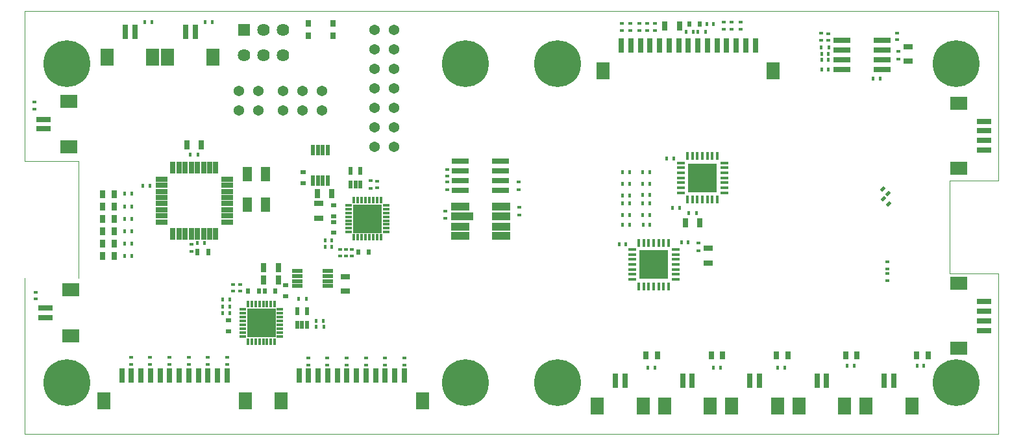
<source format=gbs>
G04*
G04 #@! TF.GenerationSoftware,Altium Limited,Altium Designer,19.1.5 (86)*
G04*
G04 Layer_Color=16711935*
%FSLAX44Y44*%
%MOMM*%
G71*
G01*
G75*
%ADD17C,0.1000*%
%ADD18R,0.4500X0.6000*%
%ADD19R,0.8000X1.3000*%
%ADD20R,0.6000X0.4000*%
%ADD21R,0.4000X0.6000*%
%ADD22R,0.6000X0.4500*%
%ADD28R,0.8000X0.6000*%
%ADD35R,0.5000X0.9000*%
%ADD36R,1.3000X0.8000*%
%ADD50R,0.8016X1.0016*%
%ADD58C,1.3716*%
%ADD59C,6.1016*%
%ADD60C,1.6256*%
%ADD61R,1.6256X1.6256*%
G04:AMPARAMS|DCode=71|XSize=0.4mm|YSize=0.6mm|CornerRadius=0mm|HoleSize=0mm|Usage=FLASHONLY|Rotation=135.000|XOffset=0mm|YOffset=0mm|HoleType=Round|Shape=Rectangle|*
%AMROTATEDRECTD71*
4,1,4,0.3536,0.0707,-0.0707,-0.3536,-0.3536,-0.0707,0.0707,0.3536,0.3536,0.0707,0.0*
%
%ADD71ROTATEDRECTD71*%

%ADD72R,0.6000X0.8000*%
%ADD93R,1.6016X0.6516*%
%ADD94R,0.6516X1.6016*%
%ADD95R,0.8016X0.8516*%
%ADD96R,3.8016X3.8016*%
%ADD97R,1.1416X0.4316*%
%ADD98R,0.4316X1.1416*%
%ADD99R,2.3016X0.7016*%
%ADD100R,2.3516X1.0016*%
%ADD101R,2.9016X1.0016*%
%ADD102R,1.7016X2.3016*%
%ADD103R,0.8016X1.9016*%
%ADD104R,3.7016X3.7016*%
%ADD105R,0.3616X0.9416*%
%ADD106R,0.9416X0.3616*%
%ADD107R,0.5716X1.1016*%
%ADD108R,0.5516X1.4516*%
%ADD109R,1.3016X1.9016*%
%ADD110R,1.4516X0.5516*%
%ADD111R,3.7016X3.7016*%
%ADD112R,3.8016X3.8016*%
%ADD113R,1.9016X0.8016*%
%ADD114R,2.3016X1.7016*%
D17*
Y355600D02*
Y551180D01*
Y0D02*
Y203200D01*
X69850D02*
Y355600D01*
X0D02*
X69850D01*
X1270000Y330200D02*
Y413385D01*
Y137795D02*
Y209550D01*
X1206500D02*
X1270000D01*
X1206500D02*
Y330200D01*
X1270000D01*
Y413385D02*
Y551180D01*
Y0D02*
Y137795D01*
X0Y0D02*
X1270000D01*
X0Y551180D02*
X1270000D01*
D18*
X887650Y524510D02*
D03*
X877650D02*
D03*
X866220Y288290D02*
D03*
X876220D02*
D03*
X379810Y139700D02*
D03*
X389810D02*
D03*
X356950Y176530D02*
D03*
X366950D02*
D03*
X1038940Y504190D02*
D03*
X1048940D02*
D03*
X224790Y248920D02*
D03*
X234790D02*
D03*
X225980Y364490D02*
D03*
X215980D02*
D03*
D19*
X861720Y275590D02*
D03*
X880720D02*
D03*
X835050Y532130D02*
D03*
X854050D02*
D03*
X400660Y313690D02*
D03*
X381660D02*
D03*
X211480Y377190D02*
D03*
X230480D02*
D03*
X311810Y200660D02*
D03*
X330810D02*
D03*
X311810Y217170D02*
D03*
X330810D02*
D03*
D20*
X1125220Y208970D02*
D03*
Y199970D02*
D03*
X264160Y90750D02*
D03*
Y99750D02*
D03*
X239014Y90750D02*
D03*
Y99750D02*
D03*
X213868Y90750D02*
D03*
Y99750D02*
D03*
X188722Y90750D02*
D03*
Y99750D02*
D03*
X163576Y90750D02*
D03*
Y99750D02*
D03*
X138430Y90750D02*
D03*
Y99750D02*
D03*
X495300Y90060D02*
D03*
Y99060D02*
D03*
X470154Y90060D02*
D03*
Y99060D02*
D03*
X445008Y90060D02*
D03*
Y99060D02*
D03*
X419862Y90060D02*
D03*
Y99060D02*
D03*
X394716Y90060D02*
D03*
Y99060D02*
D03*
X369570Y90060D02*
D03*
Y99060D02*
D03*
X551180Y335860D02*
D03*
Y344860D02*
D03*
X548640Y290250D02*
D03*
Y281250D02*
D03*
X12700Y432490D02*
D03*
Y423490D02*
D03*
X13970Y184840D02*
D03*
Y175840D02*
D03*
X1125220Y224210D02*
D03*
Y215210D02*
D03*
X426720Y231720D02*
D03*
Y240720D02*
D03*
X411480D02*
D03*
Y231720D02*
D03*
X271780Y186000D02*
D03*
Y195000D02*
D03*
X459740Y320620D02*
D03*
Y329620D02*
D03*
X280670Y186000D02*
D03*
Y195000D02*
D03*
X419100Y240720D02*
D03*
Y231720D02*
D03*
X1047750Y512970D02*
D03*
Y521970D02*
D03*
X1038860Y522080D02*
D03*
Y513080D02*
D03*
X1137920Y522660D02*
D03*
Y513660D02*
D03*
X933450Y536630D02*
D03*
Y527630D02*
D03*
X922020Y536630D02*
D03*
Y527630D02*
D03*
X911860Y536630D02*
D03*
Y527630D02*
D03*
X822246Y535066D02*
D03*
Y526066D02*
D03*
X812086Y535066D02*
D03*
Y526066D02*
D03*
X801926Y535066D02*
D03*
Y526066D02*
D03*
X789940Y534780D02*
D03*
Y525780D02*
D03*
X778510Y534780D02*
D03*
Y525780D02*
D03*
D21*
X821690Y86360D02*
D03*
X812690D02*
D03*
X907470D02*
D03*
X898470D02*
D03*
X991290D02*
D03*
X982290D02*
D03*
X1082040Y88900D02*
D03*
X1073040D02*
D03*
X1172900D02*
D03*
X1163900D02*
D03*
X889580Y534670D02*
D03*
X898580D02*
D03*
X139360Y264625D02*
D03*
X130360D02*
D03*
X139360Y248517D02*
D03*
X130360D02*
D03*
X139360Y232410D02*
D03*
X130360D02*
D03*
X139360Y280732D02*
D03*
X130360D02*
D03*
X139360Y296839D02*
D03*
X130360D02*
D03*
X139360Y312946D02*
D03*
X130360D02*
D03*
X788780Y311150D02*
D03*
X779780D02*
D03*
X788670Y300990D02*
D03*
X779670D02*
D03*
X788780Y326390D02*
D03*
X779780D02*
D03*
X788670Y285750D02*
D03*
X779670D02*
D03*
X788780Y341630D02*
D03*
X779780D02*
D03*
X788780Y273050D02*
D03*
X779780D02*
D03*
X815340Y311300D02*
D03*
X806340D02*
D03*
X815340Y300990D02*
D03*
X806340D02*
D03*
X815340Y326315D02*
D03*
X806340D02*
D03*
X815340Y285750D02*
D03*
X806340D02*
D03*
X815340Y341630D02*
D03*
X806340D02*
D03*
X815450Y273050D02*
D03*
X806450D02*
D03*
X837510Y359410D02*
D03*
X846510D02*
D03*
X775280Y247650D02*
D03*
X784280D02*
D03*
X845130Y294640D02*
D03*
X854130D02*
D03*
X865560Y250190D02*
D03*
X856560D02*
D03*
X165790Y537210D02*
D03*
X156790D02*
D03*
X244530D02*
D03*
X235530D02*
D03*
X258390Y157480D02*
D03*
X267390D02*
D03*
Y175260D02*
D03*
X258390D02*
D03*
X400740Y243840D02*
D03*
X391740D02*
D03*
X389310Y147320D02*
D03*
X380310D02*
D03*
X400740Y252730D02*
D03*
X391740D02*
D03*
X267390Y166370D02*
D03*
X258390D02*
D03*
X1048440Y495300D02*
D03*
X1039440D02*
D03*
Y474980D02*
D03*
X1048440D02*
D03*
X1106750Y463550D02*
D03*
X1115750D02*
D03*
X1048440Y487680D02*
D03*
X1039440D02*
D03*
X154250Y323850D02*
D03*
X163250D02*
D03*
X871910Y524510D02*
D03*
X862910D02*
D03*
D22*
X551180Y318850D02*
D03*
Y328850D02*
D03*
X643890D02*
D03*
Y318850D02*
D03*
X645160Y295830D02*
D03*
Y285830D02*
D03*
X878840Y248840D02*
D03*
Y238840D02*
D03*
X450850Y330120D02*
D03*
Y320120D02*
D03*
X1139190Y499030D02*
D03*
Y489030D02*
D03*
X217170Y237650D02*
D03*
Y247650D02*
D03*
D28*
X402590Y297830D02*
D03*
Y283830D02*
D03*
Y276240D02*
D03*
Y262240D02*
D03*
X363220Y327010D02*
D03*
Y341010D02*
D03*
X340360Y193690D02*
D03*
Y179690D02*
D03*
X265430Y147970D02*
D03*
Y133970D02*
D03*
D35*
X239830Y237490D02*
D03*
X224830D02*
D03*
D36*
X891540Y241910D02*
D03*
Y222910D02*
D03*
X1151890Y504800D02*
D03*
Y485800D02*
D03*
X383540Y281330D02*
D03*
Y300330D02*
D03*
X417830Y186080D02*
D03*
Y205080D02*
D03*
D50*
X101840Y264118D02*
D03*
X116840D02*
D03*
X101840Y248011D02*
D03*
X116840D02*
D03*
X101840Y231904D02*
D03*
X116840D02*
D03*
X895470Y102870D02*
D03*
X910470D02*
D03*
X980560D02*
D03*
X995560D02*
D03*
X1070730D02*
D03*
X1085730D02*
D03*
X810380D02*
D03*
X825380D02*
D03*
X1163440D02*
D03*
X1178440D02*
D03*
X101840Y280205D02*
D03*
X116840D02*
D03*
X101840Y296313D02*
D03*
X116840D02*
D03*
X101840Y312420D02*
D03*
X116840D02*
D03*
D58*
X481330Y476250D02*
D03*
X455930D02*
D03*
X481330Y501650D02*
D03*
X455930D02*
D03*
X481330Y527050D02*
D03*
X455930D02*
D03*
Y450850D02*
D03*
X481330D02*
D03*
X455930Y425450D02*
D03*
X481330D02*
D03*
X455930Y400050D02*
D03*
X481330D02*
D03*
Y374650D02*
D03*
X455930D02*
D03*
X304800Y447040D02*
D03*
Y421640D02*
D03*
X279400Y447040D02*
D03*
Y421640D02*
D03*
X387350Y447040D02*
D03*
Y421640D02*
D03*
X361950Y447040D02*
D03*
Y421640D02*
D03*
X336550Y447040D02*
D03*
Y421640D02*
D03*
D59*
X1214610Y482310D02*
D03*
Y67310D02*
D03*
X694610D02*
D03*
X574610Y67310D02*
D03*
X694610Y482310D02*
D03*
X574610D02*
D03*
X54610D02*
D03*
Y67310D02*
D03*
D60*
X336550Y494030D02*
D03*
X311150D02*
D03*
X285750D02*
D03*
X336550Y527050D02*
D03*
X311150D02*
D03*
D61*
X285750D02*
D03*
D71*
X1120396Y306340D02*
D03*
X1126760Y299976D02*
D03*
X1119498Y319412D02*
D03*
X1125862Y313048D02*
D03*
D72*
X866760Y534670D02*
D03*
X880760D02*
D03*
X448960Y237490D02*
D03*
X434960D02*
D03*
X305450Y186690D02*
D03*
X291450D02*
D03*
X327040D02*
D03*
X313040D02*
D03*
D93*
X178160Y332230D02*
D03*
Y324230D02*
D03*
Y316230D02*
D03*
Y308230D02*
D03*
Y300230D02*
D03*
Y292230D02*
D03*
Y284230D02*
D03*
Y276230D02*
D03*
X264160D02*
D03*
Y284230D02*
D03*
Y292230D02*
D03*
Y300230D02*
D03*
Y308230D02*
D03*
Y316230D02*
D03*
Y324230D02*
D03*
Y332230D02*
D03*
D94*
X193160Y261230D02*
D03*
X201160D02*
D03*
X209160D02*
D03*
X217160D02*
D03*
X225160D02*
D03*
X233160D02*
D03*
X241160D02*
D03*
X249160D02*
D03*
Y347230D02*
D03*
X241160D02*
D03*
X233160D02*
D03*
X225160D02*
D03*
X217160D02*
D03*
X209160D02*
D03*
X201160D02*
D03*
X193160D02*
D03*
D95*
X370080Y535300D02*
D03*
X402080D02*
D03*
Y518800D02*
D03*
X370080D02*
D03*
D96*
X820420Y220980D02*
D03*
D97*
X792070Y201480D02*
D03*
Y207980D02*
D03*
Y214480D02*
D03*
Y220980D02*
D03*
Y227480D02*
D03*
Y233980D02*
D03*
Y240480D02*
D03*
X848770D02*
D03*
Y233980D02*
D03*
Y227480D02*
D03*
Y220980D02*
D03*
Y214480D02*
D03*
Y207980D02*
D03*
Y201480D02*
D03*
X855570Y314510D02*
D03*
Y321010D02*
D03*
Y327510D02*
D03*
Y334010D02*
D03*
Y340510D02*
D03*
Y347010D02*
D03*
Y353510D02*
D03*
X912270D02*
D03*
Y347010D02*
D03*
Y340510D02*
D03*
Y334010D02*
D03*
Y327510D02*
D03*
Y321010D02*
D03*
Y314510D02*
D03*
D98*
X839920Y192630D02*
D03*
X833420D02*
D03*
X826920D02*
D03*
X820420D02*
D03*
X813920D02*
D03*
X807420D02*
D03*
X800920D02*
D03*
Y249330D02*
D03*
X807420D02*
D03*
X813920D02*
D03*
X820420D02*
D03*
X826920D02*
D03*
X833420D02*
D03*
X839920D02*
D03*
X903420Y305660D02*
D03*
X896920D02*
D03*
X890420D02*
D03*
X883920D02*
D03*
X877420D02*
D03*
X870920D02*
D03*
X864420D02*
D03*
Y362360D02*
D03*
X870920D02*
D03*
X877420D02*
D03*
X883920D02*
D03*
X890420D02*
D03*
X896920D02*
D03*
X903420D02*
D03*
D99*
X620360Y355600D02*
D03*
Y342900D02*
D03*
Y317500D02*
D03*
X568360Y355600D02*
D03*
Y342900D02*
D03*
Y317500D02*
D03*
X620360Y330200D02*
D03*
X568360D02*
D03*
X1066200Y474980D02*
D03*
Y487680D02*
D03*
Y513080D02*
D03*
X1118200Y474980D02*
D03*
Y487680D02*
D03*
Y513080D02*
D03*
X1066200Y500380D02*
D03*
X1118200D02*
D03*
D100*
X567690Y258010D02*
D03*
Y270510D02*
D03*
Y296010D02*
D03*
X621190D02*
D03*
Y283510D02*
D03*
Y270510D02*
D03*
Y258010D02*
D03*
D101*
X570440Y283510D02*
D03*
D102*
X103030Y43200D02*
D03*
X287530D02*
D03*
X334170D02*
D03*
X518670D02*
D03*
X1156970Y36830D02*
D03*
X1097470D02*
D03*
X1069340D02*
D03*
X1009840D02*
D03*
X894080D02*
D03*
X834580D02*
D03*
X981710Y36830D02*
D03*
X922210D02*
D03*
X806450D02*
D03*
X746950D02*
D03*
X754470Y473730D02*
D03*
X976470D02*
D03*
X245650Y491510D02*
D03*
X186150D02*
D03*
X167010D02*
D03*
X107510D02*
D03*
D103*
X126530Y76200D02*
D03*
X139030D02*
D03*
X164030D02*
D03*
X151530D02*
D03*
X201530D02*
D03*
X214030D02*
D03*
X189030D02*
D03*
X176530D02*
D03*
X239030D02*
D03*
X226530D02*
D03*
X251530D02*
D03*
X264030D02*
D03*
X357670D02*
D03*
X370170D02*
D03*
X395170D02*
D03*
X382670D02*
D03*
X432670D02*
D03*
X445170D02*
D03*
X420170D02*
D03*
X407670D02*
D03*
X470170D02*
D03*
X457670D02*
D03*
X482670D02*
D03*
X495170D02*
D03*
X1133470Y69830D02*
D03*
X1120970D02*
D03*
X1045840D02*
D03*
X1033340D02*
D03*
X870580D02*
D03*
X858080D02*
D03*
X958210Y69830D02*
D03*
X945710D02*
D03*
X782950D02*
D03*
X770450D02*
D03*
X777970Y506730D02*
D03*
X790470D02*
D03*
X815470D02*
D03*
X802970D02*
D03*
X852970D02*
D03*
X865470D02*
D03*
X840470D02*
D03*
X827970D02*
D03*
X890470D02*
D03*
X877970D02*
D03*
X940470D02*
D03*
X952970D02*
D03*
X902970D02*
D03*
X927970D02*
D03*
X915470D02*
D03*
X222150Y524510D02*
D03*
X209650D02*
D03*
X143510D02*
D03*
X131010D02*
D03*
D104*
X447040Y280670D02*
D03*
D105*
X429540Y256320D02*
D03*
X434540D02*
D03*
X439540D02*
D03*
X444540D02*
D03*
X449540D02*
D03*
X454540D02*
D03*
X459540D02*
D03*
X464540D02*
D03*
Y305020D02*
D03*
X459540D02*
D03*
X454540D02*
D03*
X449540D02*
D03*
X444540D02*
D03*
X439540D02*
D03*
X434540D02*
D03*
X429540D02*
D03*
X326110Y169130D02*
D03*
X321110D02*
D03*
X316110D02*
D03*
X311110D02*
D03*
X306110D02*
D03*
X301110D02*
D03*
X296110D02*
D03*
X291110D02*
D03*
Y120430D02*
D03*
X296110D02*
D03*
X301110D02*
D03*
X306110D02*
D03*
X311110D02*
D03*
X316110D02*
D03*
X321110D02*
D03*
X326110D02*
D03*
D106*
X422690Y298170D02*
D03*
Y293170D02*
D03*
Y288170D02*
D03*
Y283170D02*
D03*
Y278170D02*
D03*
Y273170D02*
D03*
Y268170D02*
D03*
Y263170D02*
D03*
X471390D02*
D03*
Y268170D02*
D03*
Y273170D02*
D03*
Y278170D02*
D03*
Y283170D02*
D03*
Y288170D02*
D03*
Y293170D02*
D03*
Y298170D02*
D03*
X284260Y162280D02*
D03*
Y157280D02*
D03*
Y152280D02*
D03*
Y147280D02*
D03*
Y142280D02*
D03*
Y137280D02*
D03*
Y132280D02*
D03*
Y127280D02*
D03*
X332960D02*
D03*
Y132280D02*
D03*
Y137280D02*
D03*
Y142280D02*
D03*
Y147280D02*
D03*
Y152280D02*
D03*
Y157280D02*
D03*
Y162280D02*
D03*
D107*
X431300Y325210D02*
D03*
X424799Y343210D02*
D03*
X437799D02*
D03*
X424799Y325210D02*
D03*
X437799D02*
D03*
X361620Y142385D02*
D03*
X355120Y160385D02*
D03*
X368120D02*
D03*
X355120Y142385D02*
D03*
X368120D02*
D03*
D108*
X395270Y369700D02*
D03*
X388770D02*
D03*
X382270D02*
D03*
X375770D02*
D03*
X395270Y330200D02*
D03*
X388770D02*
D03*
X382270D02*
D03*
X375770D02*
D03*
D109*
X314260Y338770D02*
D03*
Y298770D02*
D03*
X290260D02*
D03*
Y338770D02*
D03*
D110*
X394970Y212240D02*
D03*
Y205740D02*
D03*
Y199240D02*
D03*
Y192740D02*
D03*
X355470Y212240D02*
D03*
Y205740D02*
D03*
Y199240D02*
D03*
Y192740D02*
D03*
D111*
X308610Y144780D02*
D03*
D112*
X883920Y334010D02*
D03*
D113*
X26690Y164270D02*
D03*
Y151770D02*
D03*
X24130Y410210D02*
D03*
Y397710D02*
D03*
X1251458Y407570D02*
D03*
Y395070D02*
D03*
Y370070D02*
D03*
Y382570D02*
D03*
Y172620D02*
D03*
Y160120D02*
D03*
Y135120D02*
D03*
Y147620D02*
D03*
D114*
X59690Y187770D02*
D03*
Y128270D02*
D03*
X57130Y433710D02*
D03*
Y374210D02*
D03*
X1218458Y346570D02*
D03*
Y431070D02*
D03*
Y111620D02*
D03*
Y196120D02*
D03*
M02*

</source>
